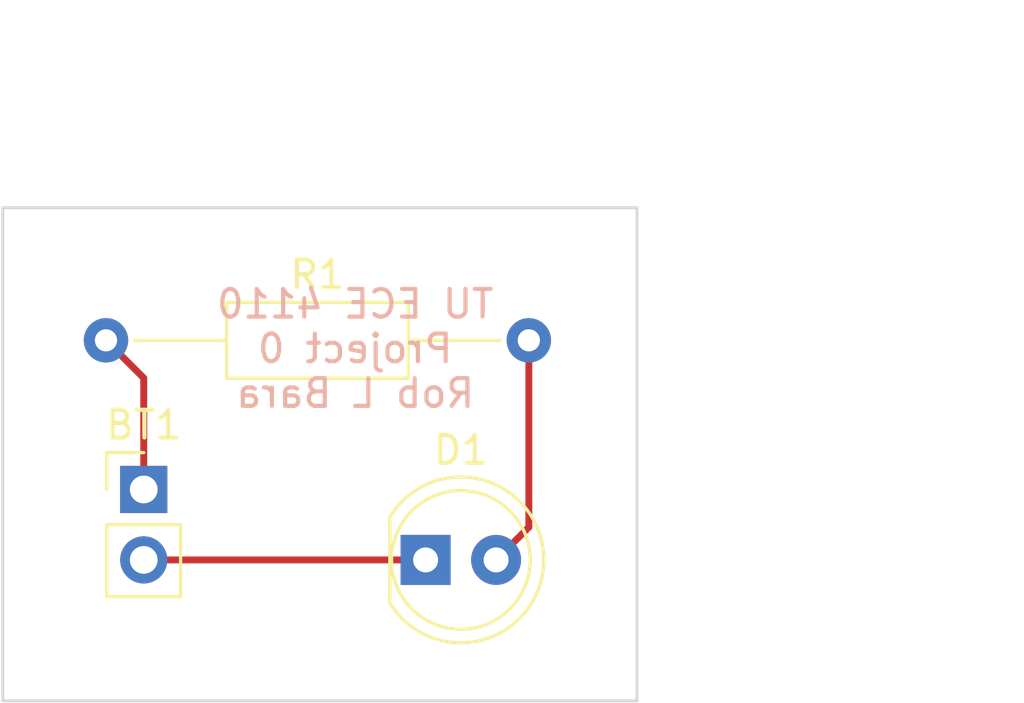
<source format=kicad_pcb>
(kicad_pcb (version 20211014) (generator pcbnew)
  (layers (0 "F.Cu" signal) (31 "B.Cu" signal) (34 "B.Paste" user) (35 "F.Paste" user) (36 "B.SilkS" user "B.Silkscreen") (37 "F.SilkS" user "F.Silkscreen") (38 "B.Mask" user) (39 "F.Mask" user) (44 "Edge.Cuts" user))
  (net 0 "")
  (net 1 "Net-(R1-Pad1)")
  (net 2 "Net-(D1-Pad1)")
  (net 3 "Net-(R1-Pad2)")
  (footprint "Resistor_THT:R_Axial_DIN0207_L6.3mm_D2.5mm_P15.24mm_Horizontal" (layer "F.Cu") (at 107.86 70.82)
    (fp_text reference "R1" (at 7.62 -2.37) (layer "F.SilkS"))
    (fp_text value "R")
    (fp_line (start 4.35 -1.37) (end 4.35 1.37) (layer "F.SilkS") (width 0.12))
    (fp_line (start 10.89 -1.37) (end 4.35 -1.37) (layer "F.SilkS") (width 0.12))
    (fp_line (start 14.2 0) (end 10.89 0) (layer "F.SilkS") (width 0.12))
    (fp_line (start 4.35 1.37) (end 10.89 1.37) (layer "F.SilkS") (width 0.12))
    (fp_line (start 1.04 0) (end 4.35 0) (layer "F.SilkS") (width 0.12))
    (fp_line (start 10.89 1.37) (end 10.89 -1.37) (layer "F.SilkS") (width 0.12))
    (pad "1" thru_hole circle (at 0 0) (size 1.6 1.6) (drill 0.8) (layers *.Cu *.Mask) (net 1 "Net-(R1-Pad1)"))
    (pad "2" thru_hole oval (at 15.24 0) (size 1.6 1.6) (drill 0.8) (layers *.Cu *.Mask) (net 3 "Net-(R1-Pad2)"))
  )
  (footprint "Connector_PinHeader_2.54mm:PinHeader_1x02_P2.54mm_Vertical" (layer "F.Cu") (at 109.22 76.2)
    (fp_text reference "BT1" (at 0 -2.33) (layer "F.SilkS"))
    (fp_text value "Battery")
    (fp_line (start -1.33 0) (end -1.33 -1.33) (layer "F.SilkS") (width 0.12))
    (fp_line (start -1.33 3.87) (end 1.33 3.87) (layer "F.SilkS") (width 0.12))
    (fp_line (start -1.33 1.27) (end 1.33 1.27) (layer "F.SilkS") (width 0.12))
    (fp_line (start 1.33 1.27) (end 1.33 3.87) (layer "F.SilkS") (width 0.12))
    (fp_line (start -1.33 1.27) (end -1.33 3.87) (layer "F.SilkS") (width 0.12))
    (fp_line (start -1.33 -1.33) (end 0 -1.33) (layer "F.SilkS") (width 0.12))
    (pad "1" thru_hole rect (at 0 0) (size 1.7 1.7) (drill 1) (layers *.Cu *.Mask) (net 1 "Net-(R1-Pad1)"))
    (pad "2" thru_hole oval (at 0 2.54) (size 1.7 1.7) (drill 1) (layers *.Cu *.Mask) (net 2 "Net-(D1-Pad1)"))
  )
  (footprint "LED_THT:LED_D5.0mm" (layer "F.Cu") (at 119.38 78.74)
    (fp_text reference "D1" (at 1.27 -3.96) (layer "F.SilkS"))
    (fp_text value "LED")
    (fp_line (start -1.29 -1.545) (end -1.29 1.545) (layer "F.SilkS") (width 0.12))
    (fp_arc (start 4.26 -0.000462) (mid 2.072002 2.880433) (end -1.29 1.54483) (layer "F.SilkS") (width 0.12))
    (fp_arc (start -1.29 -1.54483) (mid 2.072002 -2.880433) (end 4.26 0.000462) (layer "F.SilkS") (width 0.12))
    (fp_circle (center 1.27 0) (end 3.77 0) (layer "F.SilkS") (width 0.12) (fill none))
    (pad "1" thru_hole rect (at 0 0) (size 1.8 1.8) (drill 0.9) (layers *.Cu *.Mask) (net 2 "Net-(D1-Pad1)"))
    (pad "2" thru_hole circle (at 2.54 0) (size 1.8 1.8) (drill 0.9) (layers *.Cu *.Mask) (net 3 "Net-(R1-Pad2)"))
  )
  (gr_line (start 127 66.04) (end 106.68 66.04) (layer "Edge.Cuts") (width 0.1))
  (gr_line (start 104.14 83.82) (end 106.68 83.82) (layer "Edge.Cuts") (width 0.1))
  (gr_line (start 104.14 66.04) (end 106.68 66.04) (layer "Edge.Cuts") (width 0.1))
  (gr_line (start 106.68 83.82) (end 127 83.82) (layer "Edge.Cuts") (width 0.1))
  (gr_line (start 127 83.82) (end 127 66.04) (layer "Edge.Cuts") (width 0.1))
  (gr_line (start 104.14 66.04) (end 104.14 83.82) (layer "Edge.Cuts") (width 0.1))
  (gr_text "TU ECE 4110\nProject 0\nRob L Bara" (at 116.84 71.12) (layer "B.SilkS") (effects (font (size 1 1)) (justify mirror)))
  (segment (start 109.22 72.18) (end 107.86 70.82) (width 0.25) (layer "F.Cu") (net 1))
  (segment (start 109.22 76.2) (end 109.22 72.18) (width 0.25) (layer "F.Cu") (net 1))
  (segment (start 119.38 78.74) (end 109.22 78.74) (width 0.25) (layer "F.Cu") (net 2))
  (segment (start 123.1 77.56) (end 121.92 78.74) (width 0.25) (layer "F.Cu") (net 3))
  (segment (start 123.1 70.82) (end 123.1 77.56) (width 0.25) (layer "F.Cu") (net 3))
)
</source>
